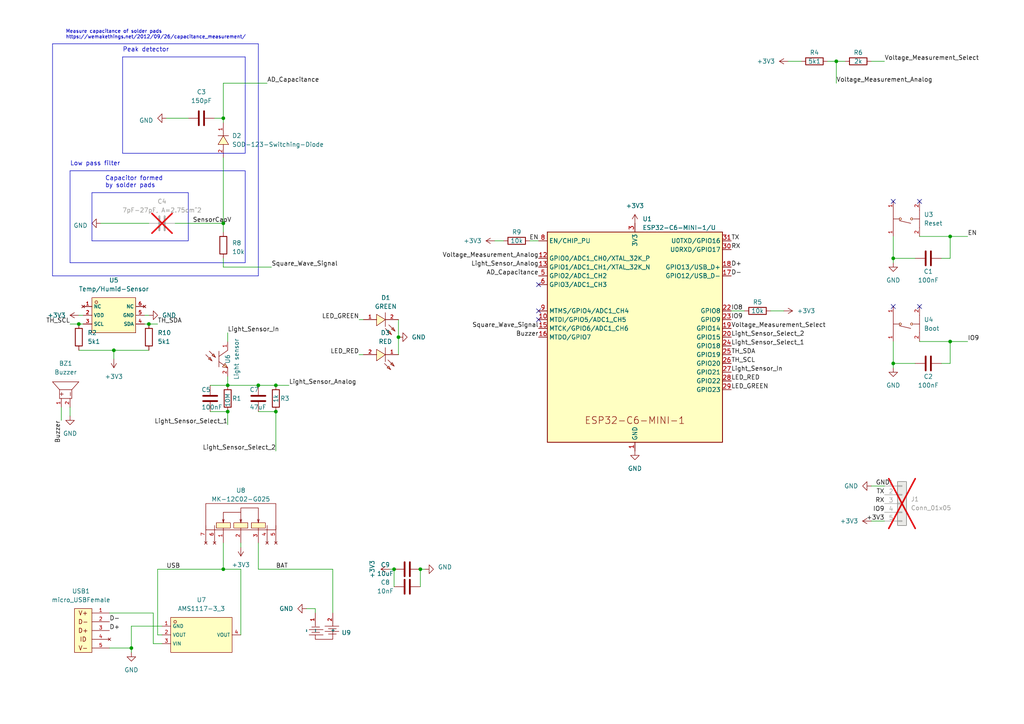
<source format=kicad_sch>
(kicad_sch (version 20230121) (generator eeschema)
  (paper "A4")
  (title_block (title "ES-Plant") (date "2023-05-12") (rev "1.0"))
  (lib_symbols
    (symbol "Connector_Generic:Conn_01x05" (pin_names (offset 1.016) hide)
      (property "Reference" "J" (at 0 7.62 0))
      (property "Value" "Conn_01x05" (at 0 -7.62 0))
      (symbol "Conn_01x05_1_1"
        (rectangle (start -1.27 -4.953) (end 0 -5.207) (stroke (width 0.1524)))
        (rectangle (start -1.27 -2.413) (end 0 -2.667) (stroke (width 0.1524)))
        (rectangle (start -1.27 0.127) (end 0 -0.127) (stroke (width 0.1524)))
        (rectangle (start -1.27 2.667) (end 0 2.413) (stroke (width 0.1524)))
        (rectangle (start -1.27 5.207) (end 0 4.953) (stroke (width 0.1524)))
        (rectangle (start -1.27 6.35) (end 1.27 -6.35) (stroke (width 0.254)) (fill (type background)))
        (pin passive line (at -5.08 5.08 0) (length 3.81) (name "Pin_1") (number "1"))
        (pin passive line (at -5.08 2.54 0) (length 3.81) (name "Pin_2") (number "2"))
        (pin passive line (at -5.08 0 0) (length 3.81) (name "Pin_3") (number "3"))
        (pin passive line (at -5.08 -2.54 0) (length 3.81) (name "Pin_4") (number "4"))
        (pin passive line (at -5.08 -5.08 0) (length 3.81) (name "Pin_5") (number "5"))
      )
    )
    (symbol "Custom_Parts:AAA_Battery-Spring"
      (property "Reference" "U" (at 0 -2.54 0))
      (symbol "AAA_Battery-Spring_0_1"
        (polyline (pts (xy -1.27 2.794) (xy -1.27 6.858)))
        (polyline (pts (xy -1.016 1.27) (xy -1.016 -1.016)))
        (polyline (pts (xy -0.508 3.81) (xy -0.508 6.096)))
        (polyline (pts (xy -0.254 2.286) (xy -0.254 -1.778)))
        (polyline (pts (xy 0.254 2.794) (xy 0.254 6.858)))
        (polyline (pts (xy 0.508 1.27) (xy 0.508 -1.016)))
        (polyline (pts (xy 1.016 3.81) (xy 1.016 6.096)))
        (polyline (pts (xy 1.27 2.286) (xy 1.27 -1.778)))
        (polyline (pts (xy 1.27 0) (xy 2.54 0) (xy 2.54 5.08) (xy 0 5.08)))
      )
      (symbol "AAA_Battery-Spring_1_1"
        (pin power_in line (at -5.08 0 0) (length 3.81) (name "-") (number "1"))
        (pin power_in line (at -5.08 5.08 0) (length 3.81) (name "+") (number "2"))
      )
    )
    (symbol "Custom_Parts:AHT21"
      (property "Reference" "U" (at 0 1.27 0))
      (property "Value" "AHT21" (at 0 -2.54 0))
      (symbol "AHT21_0_1"
        (rectangle (start -6.35 5.08) (end 6.35 -5.08) (fill (type background)))
        (circle (center -5.08 3.81) (radius 0.381) (fill (type background)))
      )
      (symbol "AHT21_1_1"
        (pin no_connect line (at -8.89 2.54 0) (length 2.54) (name "NC") (number "1"))
        (pin power_in line (at -8.89 0 0) (length 2.54) (name "VDD") (number "2"))
        (pin bidirectional line (at -8.89 -2.54 0) (length 2.54) (name "SCL") (number "3"))
        (pin bidirectional line (at 8.89 -2.54 180) (length 2.54) (name "SDA") (number "4"))
        (pin power_in line (at 8.89 0 180) (length 2.54) (name "GND") (number "5"))
        (pin no_connect line (at 8.89 2.54 180) (length 2.54) (name "NC") (number "6"))
      )
    )
    (symbol "Custom_Parts:ALS-PT19-315C_L177_TR8" (pin_names hide)
      (property "Reference" "U" (at 1.27 0 0))
      (property "Value" "ALS-PT19-315C_L177_TR8" (at 0 10.16 0))
      (symbol "ALS-PT19-315C_L177_TR8_0_1"
        (polyline (pts (xy -5.08 1.27) (xy -3.302 -0.508)))
        (polyline (pts (xy -4.064 2.286) (xy -2.286 0.508)))
        (polyline (pts (xy -1.27 -0.762) (xy 1.27 -2.54)))
        (polyline (pts (xy -1.27 2.286) (xy -1.27 -2.286)))
        (polyline (pts (xy 1.27 2.54) (xy -1.27 0.762)))
        (polyline (pts (xy -3.302 -0.508) (xy -3.81 0.508) (xy -4.318 0) (xy -3.302 -0.508)) (fill (type background)))
        (polyline (pts (xy -2.286 0.508) (xy -2.794 1.524) (xy -3.302 1.016) (xy -2.286 0.508)) (fill (type background)))
        (polyline (pts (xy 1.27 -2.54) (xy 0.508 -1.27) (xy -0.254 -2.286) (xy 1.27 -2.54)) (fill (type background)))
      )
      (symbol "ALS-PT19-315C_L177_TR8_1_1"
        (pin passive line (at 1.27 5.08 270) (length 2.54) (name "C") (number "1"))
        (pin passive line (at 1.27 -5.08 90) (length 2.54) (name "E") (number "2"))
      )
    )
    (symbol "Custom_Parts:AMS1117-3_3"
      (property "Reference" "U" (at 0 1.27 0))
      (property "Value" "AMS1117-3_3" (at 1.27 -8.89 0))
      (symbol "AMS1117-3_3_0_1"
        (rectangle (start -8.89 5.08) (end 8.89 -5.08) (fill (type background)))
        (circle (center -7.62 3.81) (radius 0.381) (fill (type background)))
      )
      (symbol "AMS1117-3_3_1_1"
        (pin power_in line (at -11.43 2.54 0) (length 2.54) (name "GND") (number "1"))
        (pin power_out line (at -11.43 0 0) (length 2.54) (name "VOUT") (number "2"))
        (pin power_in line (at -11.43 -2.54 0) (length 2.54) (name "VIN") (number "3"))
        (pin power_out line (at 11.43 0 180) (length 2.54) (name "VOUT") (number "4"))
      )
    )
    (symbol "Custom_Parts:Green-0805-LED" (pin_names hide)
      (property "Reference" "LED" (at 0 1.27 0))
      (property "Value" "Green-0805-LED" (at 0 -2.54 0))
      (symbol "Green-0805-LED_0_1"
        (polyline (pts (xy -2.286 1.524) (xy -4.064 3.302)))
        (polyline (pts (xy -1.27 2.032) (xy -1.27 -2.032)))
        (polyline (pts (xy -1.27 2.54) (xy -3.048 4.318)))
        (polyline (pts (xy -4.064 3.302) (xy -3.048 2.794) (xy -3.556 2.286) (xy -4.064 3.302)) (fill (type background)))
        (polyline (pts (xy -3.048 4.318) (xy -2.032 3.81) (xy -2.54 3.302) (xy -3.048 4.318)) (fill (type background)))
        (polyline (pts (xy 1.27 -1.524) (xy -1.27 0) (xy 1.27 1.778) (xy 1.27 -1.524)) (fill (type background)))
      )
      (symbol "Green-0805-LED_1_1"
        (pin passive line (at 5.08 0 180) (length 3.81) (name "A") (number "1"))
        (pin passive line (at -5.08 0 0) (length 3.81) (name "K") (number "2"))
      )
    )
    (symbol "Custom_Parts:MK-12C02-G025" (pin_names hide)
      (property "Reference" "U" (at 0 7.62 0))
      (property "Value" "MK-12C02-G025" (at -3.81 -13.97 0))
      (symbol "MK-12C02-G025_0_1"
        (rectangle (start -10.16 6.35) (end 10.16 -1.27))
        (rectangle (start -7.112 0.762) (end -3.048 -0.762) (fill (type background)))
        (rectangle (start -2.032 0.762) (end 2.032 -0.762) (fill (type background)))
        (polyline (pts (xy -5.08 0.762) (xy -5.334 1.778)))
        (polyline (pts (xy 0 0.762) (xy -0.254 1.778)))
        (polyline (pts (xy 5.08 0.762) (xy 4.826 1.778)))
        (polyline (pts (xy 5.08 0.762) (xy 5.334 1.778)))
        (polyline (pts (xy 0 3.81) (xy -5.08 3.81) (xy -5.08 0.762) (xy -4.826 1.778)))
        (polyline (pts (xy 5.08 0.762) (xy 5.08 5.08) (xy 0 5.08) (xy 0 0.762) (xy 0.254 1.778)))
        (rectangle (start 3.048 0.762) (end 7.112 -0.762) (fill (type background)))
      )
      (symbol "MK-12C02-G025_1_1"
        (pin passive line (at -5.08 -5.08 90) (length 4.318) (name "1") (number "1"))
        (pin passive line (at 0 -5.08 90) (length 4.318) (name "2") (number "2"))
        (pin passive line (at 5.08 -5.08 90) (length 4.318) (name "3") (number "3"))
        (pin no_connect line (at 7.62 -5.08 90) (length 5.08) (name "4") (number "4"))
        (pin no_connect line (at 10.16 -5.08 90) (length 5.08) (name "5") (number "5"))
        (pin no_connect line (at -7.62 -5.08 90) (length 5.08) (name "6") (number "6"))
        (pin no_connect line (at -10.16 -5.08 90) (length 5.08) (name "7") (number "7"))
      )
    )
    (symbol "Custom_Parts:MLT-8530" (pin_names hide)
      (property "Reference" "B" (at 0 1.27 0))
      (property "Value" "MLT-8530" (at 0 -2.54 0))
      (symbol "MLT-8530_0_1"
        (polyline (pts (xy -1.27 -1.778) (xy 1.27 -1.778)))
        (polyline (pts (xy -1.27 1.778) (xy -1.27 -1.778)))
        (polyline (pts (xy -1.27 1.778) (xy 1.27 1.778)))
        (polyline (pts (xy 1.27 -1.778) (xy 3.556 -3.81)))
        (polyline (pts (xy 1.27 1.778) (xy 1.27 -1.778)))
        (polyline (pts (xy 3.556 3.81) (xy 1.27 1.778)))
        (polyline (pts (xy 3.556 3.81) (xy 3.556 -3.81)))
      )
      (symbol "MLT-8530_1_1"
        (text "+" (at 0 1.27 0) (effects (font (size 1.27 1.27))))
        (text "-" (at 0 -1.27 0) (effects (font (size 1.27 1.27))))
        (pin input line (at -3.81 1.27 0) (length 2.54) (name "+") (number "1"))
        (pin power_in line (at -3.81 -1.27 0) (length 2.54) (name "2") (number "2"))
      )
    )
    (symbol "Custom_Parts:Red-0805-LED" (pin_names hide)
      (property "Reference" "LED" (at 0 1.27 0))
      (property "Value" "Red-0805-LED" (at 0 -2.54 0))
      (symbol "Red-0805-LED_0_1"
        (polyline (pts (xy -2.032 1.524) (xy -3.81 3.302)))
        (polyline (pts (xy -1.27 2.032) (xy -1.27 -2.032)))
        (polyline (pts (xy -1.016 2.54) (xy -2.794 4.318)))
        (polyline (pts (xy -3.81 3.302) (xy -2.794 2.794) (xy -3.302 2.286) (xy -3.81 3.302)) (fill (type background)))
        (polyline (pts (xy -2.794 4.318) (xy -1.778 3.81) (xy -2.286 3.302) (xy -2.794 4.318)) (fill (type background)))
        (polyline (pts (xy 1.27 -1.524) (xy -1.27 0) (xy 1.27 1.778) (xy 1.27 -1.524)) (fill (type background)))
      )
      (symbol "Red-0805-LED_1_1"
        (pin passive line (at -5.08 0 0) (length 3.81) (name "-") (number "1"))
        (pin passive line (at 5.08 0 180) (length 3.81) (name "+") (number "2"))
      )
    )
    (symbol "Custom_Parts:SOD-123-Switching-Diode" (pin_names hide)
      (property "Reference" "U" (at 0 1.27 0))
      (property "Value" "SOD-123-Switching-Diode" (at 0 -2.54 0))
      (symbol "SOD-123-Switching-Diode_0_1"
        (polyline (pts (xy -1.27 -1.524) (xy -1.27 1.524)))
        (polyline (pts (xy 1.27 1.524) (xy -1.27 0) (xy 1.27 -1.524) (xy 1.27 1.524)) (fill (type background)))
      )
      (symbol "SOD-123-Switching-Diode_1_1"
        (pin passive line (at -5.08 0 0) (length 3.81) (name "K") (number "1"))
        (pin passive line (at 5.08 0 180) (length 3.81) (name "A") (number "2"))
      )
    )
    (symbol "Custom_Parts:TS-1187A-B-A-B" (pin_names hide)
      (property "Reference" "U" (at -5.08 1.27 0))
      (property "Value" "TS-1187A-B-A-B" (at 0 5.08 0))
      (symbol "TS-1187A-B-A-B_0_1"
        (circle (center 0 -2.794) (radius 0.3175) (fill (type background)))
        (polyline (pts (xy -2.54 -5.08) (xy 2.54 -5.08)))
        (polyline (pts (xy -2.54 2.54) (xy 2.54 2.54)))
        (polyline (pts (xy -0.508 0.762) (xy -1.27 -2.54)))
        (polyline (pts (xy 0 -3.302) (xy 0 -5.08)))
        (polyline (pts (xy 0 0.762) (xy 0 2.54)))
        (circle (center 0 0.508) (radius 0.3175) (fill (type background)))
      )
      (symbol "TS-1187A-B-A-B_1_1"
        (pin passive line (at -5.08 2.54 0) (length 2.54) (name "A") (number "1"))
        (pin passive line (at 5.08 2.54 180) (length 2.54) (name "B") (number "1"))
        (pin passive line (at -5.08 -5.08 0) (length 2.54) (name "C") (number "2"))
        (pin passive line (at 5.08 -5.08 180) (length 2.54) (name "D") (number "2"))
      )
    )
    (symbol "Custom_Parts:micro_USBFemale" (pin_names hide)
      (property "Reference" "USB" (at -3.81 1.27 0))
      (property "Value" "micro_USBFemale" (at -1.27 -6.35 0))
      (symbol "micro_USBFemale_0_1"
        (rectangle (start -1.27 6.35) (end 3.81 -6.35) (fill (type background)))
      )
      (symbol "micro_USBFemale_1_1"
        (text "D+" (at 1.27 0 0) (effects (font (size 1.27 1.27))))
        (text "D-" (at 1.27 2.54 0) (effects (font (size 1.27 1.27))))
        (text "ID" (at 1.27 -2.54 0) (effects (font (size 1.27 1.27))))
        (text "V+" (at 1.27 5.08 0) (effects (font (size 1.27 1.27))))
        (text "V-" (at 1.27 -5.08 0) (effects (font (size 1.27 1.27))))
        (pin power_out line (at 8.89 5.08 180) (length 5.08) (name "V+") (number "1"))
        (pin bidirectional line (at 8.89 2.54 180) (length 5.08) (name "D-") (number "2"))
        (pin bidirectional line (at 8.89 0 180) (length 5.08) (name "D+") (number "3"))
        (pin no_connect line (at 8.89 -2.54 180) (length 5.08) (name "ID") (number "4"))
        (pin power_out line (at 8.89 -5.08 180) (length 5.08) (name "V-") (number "5"))
      )
    )
    (symbol "Device:C" (pin_numbers hide) (pin_names (offset 0.254))
      (property "Reference" "C" (at 0.635 2.54 0))
      (property "Value" "C" (at 0.635 -2.54 0))
      (symbol "C_0_1"
        (polyline (pts (xy -2.032 -0.762) (xy 2.032 -0.762)) (stroke (width 0.508)))
        (polyline (pts (xy -2.032 0.762) (xy 2.032 0.762)) (stroke (width 0.508)))
      )
      (symbol "C_1_1"
        (pin passive line (at 0 3.81 270) (length 2.794) (name "~") (number "1"))
        (pin passive line (at 0 -3.81 90) (length 2.794) (name "~") (number "2"))
      )
    )
    (symbol "Device:R" (pin_numbers hide) (pin_names (offset 0))
      (property "Reference" "R" (at 2.032 0 90))
      (property "Value" "R" (at 0 0 90))
      (symbol "R_0_1"
        (rectangle (start -1.016 -2.54) (end 1.016 2.54) (stroke (width 0.254)))
      )
      (symbol "R_1_1"
        (pin passive line (at 0 3.81 270) (length 1.27) (name "~") (number "1"))
        (pin passive line (at 0 -3.81 90) (length 1.27) (name "~") (number "2"))
      )
    )
    (symbol "Espressif:ESP32-C6-MINI-1/U"
      (property "Reference" "U" (at -25.4 35.56 0))
      (property "Value" "ESP32-C6-MINI-1/U" (at -25.4 33.02 0))
      (symbol "ESP32-C6-MINI-1/U_0_0"
        (text "ESP32-C6-MINI-1" (at 0 -24.13 0) (effects (font (size 2 2))))
      )
      (symbol "ESP32-C6-MINI-1/U_0_1"
        (rectangle (start -25.4 30.48) (end 25.4 -30.48) (stroke (width 0.254)) (fill (type background)))
      )
      (symbol "ESP32-C6-MINI-1/U_1_1"
        (pin power_in line (at 0 -33.02 90) (length 2.54) (name "GND") (number "1"))
        (pin bidirectional line (at -27.94 5.08 0) (length 2.54) (name "MTDI/GPIO5/ADC1_CH5") (number "10"))
        (pin passive line (at 0 -33.02 90) (length 2.54) hide (name "GND") (number "11"))
        (pin bidirectional line (at -27.94 22.86 0) (length 2.54) (name "GPIO0/ADC1_CH0/XTAL_32K_P") (number "12"))
        (pin bidirectional line (at -27.94 20.32 0) (length 2.54) (name "GPIO1/ADC1_CH1/XTAL_32K_N") (number "13"))
        (pin passive line (at 0 -33.02 90) (length 2.54) hide (name "GND") (number "14"))
        (pin bidirectional line (at -27.94 2.54 0) (length 2.54) (name "MTCK/GPIO6/ADC1_CH6") (number "15"))
        (pin bidirectional line (at -27.94 0 0) (length 2.54) (name "MTDO/GPIO7") (number "16"))
        (pin bidirectional line (at 27.94 17.78 180) (length 2.54) (name "GPIO12/USB_D-") (number "17"))
        (pin bidirectional line (at 27.94 20.32 180) (length 2.54) (name "GPIO13/USB_D+") (number "18"))
        (pin bidirectional line (at 27.94 2.54 180) (length 2.54) (name "GPIO14") (number "19"))
        (pin passive line (at 0 -33.02 90) (length 2.54) hide (name "GND") (number "2"))
        (pin bidirectional line (at 27.94 0 180) (length 2.54) (name "GPIO15") (number "20"))
        (pin no_connect line (at -25.4 -10.16 0) (length 2.54) hide (name "NC") (number "21"))
        (pin bidirectional line (at 27.94 7.62 180) (length 2.54) (name "GPIO8") (number "22"))
        (pin bidirectional line (at 27.94 5.08 180) (length 2.54) (name "GPIO9") (number "23"))
        (pin bidirectional line (at 27.94 -2.54 180) (length 2.54) (name "GPIO18") (number "24"))
        (pin bidirectional line (at 27.94 -5.08 180) (length 2.54) (name "GPIO19") (number "25"))
        (pin bidirectional line (at 27.94 -7.62 180) (length 2.54) (name "GPIO20") (number "26"))
        (pin bidirectional line (at 27.94 -10.16 180) (length 2.54) (name "GPIO21") (number "27"))
        (pin bidirectional line (at 27.94 -12.7 180) (length 2.54) (name "GPIO22") (number "28"))
        (pin bidirectional line (at 27.94 -15.24 180) (length 2.54) (name "GPIO23") (number "29"))
        (pin power_in line (at 0 33.02 270) (length 2.54) (name "3V3") (number "3"))
        (pin bidirectional line (at 27.94 25.4 180) (length 2.54) (name "U0RXD/GPIO17") (number "30"))
        (pin bidirectional line (at 27.94 27.94 180) (length 2.54) (name "U0TXD/GPIO16") (number "31"))
        (pin no_connect line (at -25.4 -12.7 0) (length 2.54) hide (name "NC") (number "32"))
        (pin no_connect line (at -25.4 -15.24 0) (length 2.54) hide (name "NC") (number "33"))
        (pin no_connect line (at -25.4 -17.78 0) (length 2.54) hide (name "NC") (number "34"))
        (pin no_connect line (at -25.4 -20.32 0) (length 2.54) hide (name "NC") (number "35"))
        (pin passive line (at 0 -33.02 90) (length 2.54) hide (name "GND") (number "36"))
        (pin passive line (at 0 -33.02 90) (length 2.54) hide (name "GND") (number "37"))
        (pin passive line (at 0 -33.02 90) (length 2.54) hide (name "GND") (number "38"))
        (pin passive line (at 0 -33.02 90) (length 2.54) hide (name "GND") (number "39"))
        (pin no_connect line (at -25.4 -5.08 0) (length 2.54) hide (name "NC") (number "4"))
        (pin passive line (at 0 -33.02 90) (length 2.54) hide (name "GND") (number "40"))
        (pin passive line (at 0 -33.02 90) (length 2.54) hide (name "GND") (number "41"))
        (pin passive line (at 0 -33.02 90) (length 2.54) hide (name "GND") (number "42"))
        (pin passive line (at 0 -33.02 90) (length 2.54) hide (name "GND") (number "43"))
        (pin passive line (at 0 -33.02 90) (length 2.54) hide (name "GND") (number "44"))
        (pin passive line (at 0 -33.02 90) (length 2.54) hide (name "GND") (number "45"))
        (pin passive line (at 0 -33.02 90) (length 2.54) hide (name "GND") (number "46"))
        (pin passive line (at 0 -33.02 90) (length 2.54) hide (name "GND") (number "47"))
        (pin passive line (at 0 -33.02 90) (length 2.54) hide (name "GND") (number "48"))
        (pin passive line (at 0 -33.02 90) (length 2.54) hide (name "GND") (number "49"))
        (pin bidirectional line (at -27.94 17.78 0) (length 2.54) (name "GPIO2/ADC1_CH2") (number "5"))
        (pin passive line (at 0 -33.02 90) (length 2.54) hide (name "GND") (number "50"))
        (pin passive line (at 0 -33.02 90) (length 2.54) hide (name "GND") (number "51"))
        (pin passive line (at 0 -33.02 90) (length 2.54) hide (name "GND") (number "52"))
        (pin passive line (at 0 -33.02 90) (length 2.54) hide (name "GND") (number "53"))
        (pin bidirectional line (at -27.94 15.24 0) (length 2.54) (name "GPIO3/ADC1_CH3") (number "6"))
        (pin no_connect line (at -25.4 -7.62 0) (length 2.54) hide (name "NC") (number "7"))
        (pin input line (at -27.94 27.94 0) (length 2.54) (name "EN/CHIP_PU") (number "8"))
        (pin bidirectional line (at -27.94 7.62 0) (length 2.54) (name "MTMS/GPIO4/ADC1_CH4") (number "9"))
      )
    )
    (symbol "power:+3V3" (power) (pin_names (offset 0))
      (property "Value" "+3V3" (at 0 3.556 0))
      (symbol "+3V3_0_1"
        (polyline (pts (xy -0.762 1.27) (xy 0 2.54)))
        (polyline (pts (xy 0 0) (xy 0 2.54)))
        (polyline (pts (xy 0 2.54) (xy 0.762 1.27)))
      )
      (symbol "+3V3_1_1"
        (pin power_in line (at 0 0 90) (length 0) hide (name "+3V3") (number "1"))
      )
    )
    (symbol "power:GND" (power) (pin_names (offset 0))
      (property "Value" "GND" (at 0 -3.81 0))
      (symbol "GND_0_1"
        (polyline (pts (xy 0 0) (xy 0 -1.27) (xy 1.27 -1.27) (xy 0 -2.54) (xy -1.27 -1.27) (xy 0 -1.27)))
      )
      (symbol "GND_1_1"
        (pin power_in line (at 0 0 270) (length 0) hide (name "GND") (number "1"))
      )
    )
  )
  (junction (at 275.59 68.58))
  (junction (at 242.57 17.78))
  (junction (at 115.57 97.79))
  (junction (at 33.02 101.6))
  (junction (at 121.92 165.1))
  (junction (at 80.01 119.38))
  (junction (at 64.77 165.1))
  (junction (at 43.18 93.98))
  (junction (at 74.93 111.76))
  (junction (at 38.1 187.96))
  (junction (at 259.08 74.93))
  (junction (at 114.3 165.1))
  (junction (at 66.04 111.76))
  (junction (at 22.86 93.98))
  (junction (at 64.77 64.77))
  (junction (at 275.59 99.06))
  (junction (at 64.77 34.29))
  (junction (at 66.04 119.38))
  (junction (at 259.08 105.41))
  (junction (at 80.01 111.76))
  (no_connect (at 156.21 82.55))
  (no_connect (at 266.7 88.9))
  (no_connect (at 259.08 58.42))
  (no_connect (at 156.21 90.17))
  (no_connect (at 259.08 88.9))
  (no_connect (at 266.7 58.42))
  (no_connect (at 156.21 92.71))
  (wire (pts (xy 66.04 109.22) (xy 66.04 111.76)))
  (wire (pts (xy 104.14 92.71) (xy 105.41 92.71)))
  (polyline (pts (xy 20.32 76.2) (xy 71.12 76.2)))
  (polyline (pts (xy 26.67 55.88) (xy 26.67 69.85)))
  (wire (pts (xy 275.59 99.06) (xy 275.59 105.41)))
  (wire (pts (xy 146.05 69.85) (xy 143.51 69.85)))
  (wire (pts (xy 275.59 99.06) (xy 280.67 99.06)))
  (wire (pts (xy 273.05 105.41) (xy 275.59 105.41)))
  (wire (pts (xy 64.77 157.48) (xy 64.77 165.1)))
  (polyline (pts (xy 54.61 69.85) (xy 54.61 55.88)))
  (wire (pts (xy 273.05 74.93) (xy 275.59 74.93)))
  (wire (pts (xy 240.03 17.78) (xy 242.57 17.78)))
  (wire (pts (xy 66.04 119.38) (xy 66.04 123.19)))
  (wire (pts (xy 228.6 17.78) (xy 232.41 17.78)))
  (wire (pts (xy 33.02 101.6) (xy 43.18 101.6)))
  (wire (pts (xy 104.14 102.87) (xy 105.41 102.87)))
  (wire (pts (xy 44.45 186.69) (xy 46.99 186.69)))
  (polyline (pts (xy 15.24 12.7) (xy 74.93 12.7)))
  (wire (pts (xy 45.72 165.1) (xy 64.77 165.1)))
  (wire (pts (xy 48.26 34.29) (xy 54.61 34.29)))
  (wire (pts (xy 22.86 93.98) (xy 24.13 93.98)))
  (wire (pts (xy 43.18 93.98) (xy 41.91 93.98)))
  (wire (pts (xy 64.77 74.93) (xy 64.77 77.47)))
  (wire (pts (xy 96.52 165.1) (xy 96.52 177.8)))
  (wire (pts (xy 69.85 184.15) (xy 69.85 165.1)))
  (wire (pts (xy 74.93 119.38) (xy 80.01 119.38)))
  (wire (pts (xy 50.8 64.77) (xy 64.77 64.77)))
  (wire (pts (xy 74.93 165.1) (xy 74.93 157.48)))
  (wire (pts (xy 22.86 91.44) (xy 24.13 91.44)))
  (wire (pts (xy 64.77 24.13) (xy 77.47 24.13)))
  (wire (pts (xy 275.59 68.58) (xy 280.67 68.58)))
  (wire (pts (xy 266.7 68.58) (xy 275.59 68.58)))
  (wire (pts (xy 74.93 111.76) (xy 80.01 111.76)))
  (wire (pts (xy 252.73 140.97) (xy 256.54 140.97)))
  (wire (pts (xy 121.92 165.1) (xy 121.92 170.18)))
  (wire (pts (xy 259.08 68.58) (xy 259.08 74.93)))
  (wire (pts (xy 275.59 68.58) (xy 275.59 74.93)))
  (polyline (pts (xy 15.24 80.01) (xy 74.93 80.01)))
  (wire (pts (xy 91.44 176.53) (xy 91.44 177.8)))
  (wire (pts (xy 60.96 119.38) (xy 66.04 119.38)))
  (wire (pts (xy 259.08 99.06) (xy 259.08 105.41)))
  (wire (pts (xy 38.1 187.96) (xy 38.1 189.23)))
  (wire (pts (xy 41.91 91.44) (xy 43.18 91.44)))
  (wire (pts (xy 80.01 119.38) (xy 80.01 130.81)))
  (wire (pts (xy 69.85 157.48) (xy 69.85 158.75)))
  (wire (pts (xy 60.96 111.76) (xy 66.04 111.76)))
  (wire (pts (xy 17.78 118.11) (xy 17.78 121.92)))
  (wire (pts (xy 44.45 177.8) (xy 44.45 186.69)))
  (wire (pts (xy 80.01 111.76) (xy 83.82 111.76)))
  (wire (pts (xy 252.73 17.78) (xy 256.54 17.78)))
  (wire (pts (xy 91.44 176.53) (xy 88.9 176.53)))
  (wire (pts (xy 31.75 187.96) (xy 38.1 187.96)))
  (wire (pts (xy 115.57 97.79) (xy 115.57 102.87)))
  (wire (pts (xy 29.21 64.77) (xy 43.18 64.77)))
  (wire (pts (xy 46.99 184.15) (xy 45.72 184.15)))
  (wire (pts (xy 242.57 17.78) (xy 242.57 24.13)))
  (wire (pts (xy 20.32 118.11) (xy 20.32 120.65)))
  (polyline (pts (xy 20.32 49.53) (xy 71.12 49.53)))
  (wire (pts (xy 66.04 111.76) (xy 74.93 111.76)))
  (wire (pts (xy 45.72 165.1) (xy 45.72 184.15)))
  (wire (pts (xy 123.19 165.1) (xy 121.92 165.1)))
  (wire (pts (xy 38.1 181.61) (xy 46.99 181.61)))
  (wire (pts (xy 252.73 151.13) (xy 256.54 151.13)))
  (wire (pts (xy 64.77 77.47) (xy 78.74 77.47)))
  (wire (pts (xy 64.77 165.1) (xy 69.85 165.1)))
  (wire (pts (xy 31.75 177.8) (xy 44.45 177.8)))
  (polyline (pts (xy 15.24 80.01) (xy 15.24 12.7)))
  (wire (pts (xy 64.77 24.13) (xy 64.77 34.29)))
  (wire (pts (xy 212.09 90.17) (xy 215.9 90.17)))
  (wire (pts (xy 20.32 93.98) (xy 22.86 93.98)))
  (polyline (pts (xy 26.67 55.88) (xy 54.61 55.88)))
  (wire (pts (xy 33.02 101.6) (xy 33.02 104.14)))
  (polyline (pts (xy 20.32 49.53) (xy 20.32 76.2)))
  (wire (pts (xy 156.21 69.85) (xy 153.67 69.85)))
  (wire (pts (xy 62.23 34.29) (xy 64.77 34.29)))
  (polyline (pts (xy 26.67 69.85) (xy 54.61 69.85)))
  (polyline (pts (xy 35.56 44.45) (xy 71.12 44.45)))
  (polyline (pts (xy 35.56 16.51) (xy 35.56 44.45)))
  (wire (pts (xy 64.77 67.31) (xy 64.77 64.77)))
  (wire (pts (xy 38.1 181.61) (xy 38.1 187.96)))
  (wire (pts (xy 64.77 34.29) (xy 64.77 35.56)))
  (wire (pts (xy 115.57 92.71) (xy 115.57 97.79)))
  (wire (pts (xy 66.04 96.52) (xy 66.04 99.06)))
  (wire (pts (xy 259.08 105.41) (xy 259.08 106.68)))
  (wire (pts (xy 259.08 105.41) (xy 265.43 105.41)))
  (wire (pts (xy 64.77 45.72) (xy 64.77 64.77)))
  (wire (pts (xy 242.57 17.78) (xy 245.11 17.78)))
  (wire (pts (xy 223.52 90.17) (xy 227.33 90.17)))
  (polyline (pts (xy 71.12 16.51) (xy 35.56 16.51)))
  (wire (pts (xy 22.86 101.6) (xy 33.02 101.6)))
  (wire (pts (xy 96.52 165.1) (xy 74.93 165.1)))
  (polyline (pts (xy 71.12 76.2) (xy 71.12 49.53)))
  (wire (pts (xy 114.3 165.1) (xy 114.3 170.18)))
  (wire (pts (xy 259.08 74.93) (xy 265.43 74.93)))
  (polyline (pts (xy 71.12 16.51) (xy 71.12 44.45)))
  (wire (pts (xy 45.72 93.98) (xy 43.18 93.98)))
  (polyline (pts (xy 74.93 12.7) (xy 74.93 80.01)))
  (wire (pts (xy 113.03 165.1) (xy 114.3 165.1)))
  (wire (pts (xy 266.7 99.06) (xy 275.59 99.06)))
  (wire (pts (xy 259.08 74.93) (xy 259.08 76.2)))
  (text "Capacitor formed\nby solder pads" (at 30.48 54.61 0) (effects (font (size 1.27 1.27)) (justify left bottom)))
  (text "Measure capacitance of solder pads\nhttps://wemakethings.net/2012/09/26/capacitance_measurement/" (at 19.05 11.43 0) (effects (font (size 1 1)) (justify left bottom)))
  (text "Peak detector" (at 35.56 15.24 0) (effects (font (size 1.27 1.27)) (justify left bottom)))
  (text "Low pass filter" (at 20.32 48.26 0) (effects (font (size 1.27 1.27)) (justify left bottom)))
  (label "LED_RED" (at 212.09 110.49 0))
  (label "TH_SCL" (at 20.32 93.98 180))
  (label "AD_Capacitance" (at 77.47 24.13 0))
  (label "LED_RED" (at 104.14 102.87 180))
  (label "IO9" (at 280.67 99.06 0))
  (label "USB" (at 48.26 165.1 0))
  (label "RX" (at 212.09 72.39 0))
  (label "Light_Sensor_Select_2" (at 212.09 97.79 0))
  (label "D+" (at 31.75 182.88 0))
  (label "Buzzer" (at 156.21 97.79 180))
  (label "RX" (at 256.54 146.05 180))
  (label "D-" (at 212.09 80.01 0))
  (label "EN" (at 156.21 69.85 180))
  (label "Light_Sensor_In" (at 212.09 107.95 0))
  (label "Light_Sensor_Analog" (at 156.21 77.47 180))
  (label "+3V3" (at 256.54 151.13 180))
  (label "D-" (at 31.75 180.34 0))
  (label "TH_SCL" (at 212.09 105.41 0))
  (label "Square_Wave_Signal" (at 156.21 95.25 180))
  (label "Light_Sensor_In" (at 66.04 96.52 0))
  (label "IO9" (at 212.09 92.71 0))
  (label "LED_GREEN" (at 104.14 92.71 180))
  (label "SensorCapV" (at 55.88 64.77 0))
  (label "IO9" (at 256.54 148.59 180))
  (label "Voltage_Measurement_Select" (at 256.54 17.78 0))
  (label "Light_Sensor_Select_1" (at 212.09 100.33 0))
  (label "D+" (at 212.09 77.47 0))
  (label "TH_SDA" (at 45.72 93.98 0))
  (label "TH_SDA" (at 212.09 102.87 0))
  (label "Light_Sensor_Select_1" (at 66.04 123.19 180))
  (label "AD_Capacitance" (at 156.21 80.01 180))
  (label "LED_GREEN" (at 212.09 113.03 0))
  (label "Square_Wave_Signal" (at 78.74 77.47 0))
  (label "EN" (at 280.67 68.58 0))
  (label "Voltage_Measurement_Analog" (at 242.57 24.13 0))
  (label "IO8" (at 212.09 90.17 0))
  (label "Voltage_Measurement_Select" (at 212.09 95.25 0))
  (label "Light_Sensor_Select_2" (at 80.01 130.81 180))
  (label "Light_Sensor_Analog" (at 83.82 111.76 0))
  (label "TX" (at 256.54 143.51 180))
  (label "GND" (at 254 140.97 0))
  (label "TX" (at 212.09 69.85 0))
  (label "Buzzer" (at 17.78 121.92 270))
  (label "Voltage_Measurement_Analog" (at 156.21 74.93 180))
  (label "BAT" (at 80.01 165.1 0))
  (symbol (lib_id "Device:C") (at 74.93 115.57 0) (unit 1)
    (property "Reference" "C7" (at 72.39 113.03 0) (effects (justify left)))
    (property "Value" "47uF" (at 72.39 118.11 0) (effects (justify left)))
    (property "Footprint" "Capacitor_SMD:C_0805_2012Metric" (effects hide))
    (property "LCSC" "C16780" (effects hide))
    (property "MPN" "C16780" (effects hide))
  )
  (symbol (lib_id "power:GND") (at 43.18 91.44 90) (unit 1)
    (property "Reference" "#PWR016" (effects hide))
    (property "Value" "GND" (at 46.99 91.44 90) (effects (justify right)))
  )
  (symbol (lib_id "power:GND") (at 259.08 106.68 0) (unit 1)
    (property "Reference" "#PWR012" (effects hide))
    (property "Value" "GND" (at 259.08 111.76 0))
  )
  (symbol (lib_id "Device:C") (at 118.11 170.18 90) (unit 1)
    (property "Reference" "C8" (at 111.76 168.91 90))
    (property "Value" "10nF" (at 111.76 171.45 90))
    (property "Footprint" "Capacitor_SMD:C_0402_1005Metric" (effects hide))
    (property "LCSC" "C15195" (effects hide))
    (property "MPN" "C15195" (effects hide))
  )
  (symbol (lib_id "power:GND") (at 184.15 130.81 0) (unit 1)
    (property "Reference" "#PWR03" (effects hide))
    (property "Value" "GND" (at 184.15 135.89 0))
  )
  (symbol (lib_id "power:GND") (at 48.26 34.29 270) (unit 1)
    (property "Reference" "#PWR013" (effects hide))
    (property "Value" "GND" (at 44.45 34.925 90) (effects (justify right)))
  )
  (symbol (lib_id "power:GND") (at 115.57 97.79 90) (unit 1)
    (property "Reference" "#PWR022" (effects hide))
    (property "Value" "GND" (at 119.38 97.79 90) (effects (justify right)))
  )
  (symbol (lib_id "power:+3V3") (at 33.02 104.14 180) (unit 1)
    (property "Reference" "#PWR023" (effects hide))
    (property "Value" "+3V3" (at 33.02 109.22 0))
  )
  (symbol (lib_id "power:GND") (at 259.08 76.2 0) (unit 1)
    (property "Reference" "#PWR010" (effects hide))
    (property "Value" "GND" (at 259.08 81.28 0))
  )
  (symbol (lib_id "power:GND") (at 252.73 140.97 270) (unit 1)
    (property "Reference" "#PWR01" (effects hide))
    (property "Value" "GND" (at 248.92 140.97 90) (effects (justify right)))
  )
  (symbol (lib_id "Custom_Parts:Green-0805-LED") (at 110.49 92.71 180) (unit 1)
    (property "Reference" "D1" (at 111.887 86.36 0))
    (property "Value" "GREEN" (at 111.887 88.9 0))
    (property "Footprint" "CustomFootprints:LED0805-GREEN-RD" (effects hide))
    (property "Datasheet" "https://item.szlcsc.com/88042.html" (effects hide))
    (property "LCSC" "C2297" (effects hide))
    (property "MPN" "C2297" (effects hide))
  )
  (symbol (lib_id "Device:R") (at 66.04 115.57 0) (unit 1)
    (property "Reference" "R1" (at 67.31 115.57 0) (effects (justify left)))
    (property "Value" "10M" (at 66.04 118.11 90) (effects (justify left)))
    (property "Footprint" "Resistor_SMD:R_0402_1005Metric" (effects hide))
    (property "LCSC" "C26082" (effects hide))
    (property "MPN" "C26082" (effects hide))
  )
  (symbol (lib_id "power:+3V3") (at 22.86 91.44 90) (unit 1)
    (property "Reference" "#PWR015" (effects hide))
    (property "Value" "+3V3" (at 19.05 91.44 90) (effects (justify left)))
  )
  (symbol (lib_id "Device:R") (at 236.22 17.78 90) (unit 1)
    (property "Reference" "R4" (at 236.22 15.24 90))
    (property "Value" "5k1" (at 236.22 17.78 90))
    (property "Footprint" "Resistor_SMD:R_0402_1005Metric" (effects hide))
    (property "LCSC" "C25905" (effects hide))
    (property "MPN" "C25905" (effects hide))
  )
  (symbol (lib_id "power:GND") (at 29.21 64.77 270) (unit 1)
    (property "Reference" "#PWR014" (effects hide))
    (property "Value" "GND" (at 25.4 65.405 90) (effects (justify right)))
  )
  (symbol (lib_id "Device:C") (at 60.96 115.57 0) (unit 1)
    (property "Reference" "C5" (at 58.42 113.03 0) (effects (justify left)))
    (property "Value" "100nF" (at 58.42 118.11 0) (effects (justify left)))
    (property "Footprint" "Capacitor_SMD:C_0402_1005Metric" (effects hide))
    (property "LCSC" "C1525" (effects hide))
    (property "MPN" "C1525" (effects hide))
  )
  (symbol (lib_id "Device:R") (at 248.92 17.78 90) (unit 1)
    (property "Reference" "R6" (at 248.92 15.24 90))
    (property "Value" "2k" (at 248.92 17.78 90))
    (property "Footprint" "Resistor_SMD:R_0402_1005Metric" (effects hide))
    (property "LCSC" "C4109" (effects hide))
    (property "MPN" "C4109" (effects hide))
  )
  (symbol (lib_id "Device:C") (at 118.11 165.1 90) (unit 1)
    (property "Reference" "C9" (at 111.76 163.83 90))
    (property "Value" "10uF" (at 111.76 166.37 90))
    (property "Footprint" "Capacitor_SMD:C_0402_1005Metric" (effects hide))
    (property "LCSC" "C15525" (effects hide))
    (property "MPN" "C15525" (effects hide))
  )
  (symbol (lib_id "power:+3V3") (at 69.85 158.75 180) (unit 1)
    (property "Reference" "#PWR09" (effects hide))
    (property "Value" "+3V3" (at 69.85 163.83 0))
  )
  (symbol (lib_id "Custom_Parts:ALS-PT19-315C_L177_TR8") (at 64.77 104.14 0) (unit 1)
    (property "Reference" "U6" (at 66.04 104.14 90))
    (property "Value" "Light sensor" (at 68.58 104.14 90))
    (property "Footprint" "CustomFootprints:SENSORS-SMD_ALS-PT19" (effects hide))
    (property "Datasheet" "https://item.szlcsc.com/157565.html" (effects hide))
    (property "LCSC" "C146233" (effects hide))
    (property "MPN" "C146233" (effects hide))
  )
  (symbol (lib_id "Device:C") (at 269.24 74.93 90) (unit 1)
    (property "Reference" "C1" (at 269.24 78.74 90))
    (property "Value" "100nF" (at 269.24 81.28 90))
    (property "Footprint" "Capacitor_SMD:C_0402_1005Metric" (effects hide))
    (property "LCSC" "C1525" (effects hide))
    (property "MPN" "C1525" (effects hide))
  )
  (symbol (lib_id "power:GND") (at 88.9 176.53 270) (unit 1)
    (property "Reference" "#PWR07" (effects hide))
    (property "Value" "GND" (at 85.09 176.53 90) (effects (justify right)))
  )
  (symbol (lib_id "Device:R") (at 43.18 97.79 0) (unit 1)
    (property "Reference" "R10" (at 45.72 96.52 0) (effects (justify left)))
    (property "Value" "5k1" (at 45.72 99.06 0) (effects (justify left)))
    (property "Footprint" "Resistor_SMD:R_0402_1005Metric" (effects hide))
    (property "LCSC" "C25905" (effects hide))
    (property "MPN" "C25905" (effects hide))
  )
  (symbol (lib_id "power:+3V3") (at 113.03 165.1 90) (unit 1)
    (property "Reference" "#PWR020" (effects hide))
    (property "Value" "+3V3" (at 107.95 165.1 0))
  )
  (symbol (lib_id "Custom_Parts:AMS1117-3_3") (at 58.42 184.15 0) (unit 1)
    (property "Reference" "U7" (at 58.42 173.99 0))
    (property "Value" "AMS1117-3_3" (at 58.42 176.53 0))
    (property "Footprint" "CustomFootprints:SOT-223-3_L6.5-W3.4-P2.30-LS7.0-BR" (effects hide))
    (property "Datasheet" "https://item.szlcsc.com/410724.html" (effects hide))
    (property "LCSC" "C6186" (effects hide))
    (property "MPN" "C6186" (effects hide))
  )
  (symbol (lib_id "power:+3V3") (at 143.51 69.85 90) (unit 1)
    (property "Reference" "#PWR011" (effects hide))
    (property "Value" "+3V3" (at 139.7 69.85 90) (effects (justify left)))
  )
  (symbol (lib_id "Device:R") (at 149.86 69.85 90) (unit 1)
    (property "Reference" "R9" (at 149.86 67.31 90))
    (property "Value" "10k" (at 149.86 69.85 90))
    (property "Footprint" "Resistor_SMD:R_0402_1005Metric" (effects hide))
    (property "LCSC" "C25744" (effects hide))
    (property "MPN" "C25744" (effects hide))
  )
  (symbol (lib_id "Custom_Parts:MK-12C02-G025") (at 69.85 152.4 0) (unit 1)
    (property "Reference" "U8" (at 69.85 142.24 0))
    (property "Value" "MK-12C02-G025" (at 69.85 144.78 0))
    (property "Footprint" "CustomFootprints:SW-SMD_MK-12C02-G025" (effects hide))
    (property "Datasheet" "https://item.szlcsc.com/826787.html" (effects hide))
    (property "LCSC" "C778186" (effects hide))
    (property "MPN" "C778186" (effects hide))
    (property "JLCPCB Position Offset" "0,0,-0.5" (effects hide))
  )
  (symbol (lib_id "Custom_Parts:SOD-123-Switching-Diode") (at 64.77 40.64 270) (unit 1)
    (property "Reference" "D2" (at 67.31 39.37 90) (effects (justify left)))
    (property "Value" "SOD-123-Switching-Diode" (at 67.31 41.91 90) (effects (justify left)))
    (property "Footprint" "CustomFootprints:SOD-123F_L2.7-W1.6-LS3.8-RD" (effects hide))
    (property "Datasheet" "http://www.jinghenggroup.com/DATABOOK2010/10ZENER/MM1Z2V0THRUMM1Z120SOD123.pdf" (effects hide))
    (property "LCSC" "C81598" (effects hide))
    (property "MPN" "C81598" (effects hide))
  )
  (symbol (lib_id "Device:C") (at 58.42 34.29 90) (unit 1)
    (property "Reference" "C3" (at 58.42 26.67 90))
    (property "Value" "150pF" (at 58.42 29.21 90))
    (property "Footprint" "Capacitor_SMD:C_0402_1005Metric" (effects hide))
    (property "LCSC" "C1527" (effects hide))
    (property "MPN" "C1527" (effects hide))
  )
  (symbol (lib_id "power:+3V3") (at 252.73 151.13 90) (unit 1)
    (property "Reference" "#PWR02" (effects hide))
    (property "Value" "+3V3" (at 248.92 151.13 90) (effects (justify left)))
  )
  (symbol (lib_id "Device:R") (at 219.71 90.17 90) (unit 1)
    (property "Reference" "R5" (at 219.71 87.63 90))
    (property "Value" "10k" (at 219.71 90.17 90))
    (property "Footprint" "Resistor_SMD:R_0402_1005Metric" (effects hide))
    (property "LCSC" "C25744" (effects hide))
    (property "MPN" "C25744" (effects hide))
  )
  (symbol (lib_id "power:+3V3") (at 228.6 17.78 90) (unit 1)
    (property "Reference" "#PWR017" (effects hide))
    (property "Value" "+3V3" (at 224.79 17.78 90) (effects (justify left)))
  )
  (symbol (lib_id "Custom_Parts:AHT21") (at 33.02 91.44 0) (unit 1)
    (property "Reference" "U5" (at 33.02 81.28 0))
    (property "Value" "Temp/Humid-Sensor" (at 33.02 83.82 0))
    (property "Footprint" "CustomFootprints:SENSOR-SMD_L3.0-W3.0-P1.00-BR" (effects hide))
    (property "Datasheet" "https://atta.szlcsc.com/upload/public/pdf/source/20210416/C2827328_0E7E1F5A52E8C31F9EEA54660EEC8C04.pdf" (effects hide))
    (property "LCSC" "C2827328" (effects hide))
    (property "MPN" "C2827328" (effects hide))
  )
  (symbol (lib_id "Espressif:ESP32-C6-MINI-1/U") (at 184.15 97.79 0) (unit 1)
    (property "Reference" "U1" (at 186.3441 63.5 0) (effects (justify left)))
    (property "Value" "ESP32-C6-MINI-1/U" (at 186.3441 66.04 0) (effects (justify left)))
    (property "Footprint" "Espressif:ESP32-C6-MINI-1" (effects hide))
    (property "Datasheet" "https://www.espressif.com/sites/default/files/documentation/esp32-c6-mini-1_datasheet_en.pdf" (effects hide))
    (property "LCSC" "C5736265" (effects hide))
    (property "MPN" "C5736265" (effects hide))
  )
  (symbol (lib_id "power:+3V3") (at 227.33 90.17 270) (unit 1)
    (property "Reference" "#PWR05" (effects hide))
    (property "Value" "+3V3" (at 231.14 90.17 90) (effects (justify left)))
  )
  (symbol (lib_id "power:+3V3") (at 184.15 64.77 0) (unit 1)
    (property "Reference" "#PWR04" (effects hide))
    (property "Value" "+3V3" (at 184.15 59.69 0))
  )
  (symbol (lib_id "Device:R") (at 80.01 115.57 0) (unit 1)
    (property "Reference" "R3" (at 81.28 115.57 0) (effects (justify left)))
    (property "Value" "1k" (at 80.01 116.84 90) (effects (justify left)))
    (property "Footprint" "Resistor_SMD:R_0402_1005Metric" (effects hide))
    (property "LCSC" "C11702" (effects hide))
    (property "MPN" "C11702" (effects hide))
  )
  (symbol (lib_id "Device:C") (at 46.99 64.77 90) (unit 1) (in_bom no) (on_board no) (dnp yes)
    (property "Reference" "C4" (at 46.99 58.42 90))
    (property "Value" "7pF-27pF, A=2.75cm^2" (at 46.99 60.96 90))
    (property "MPN" "/" (effects hide))
    (property "LCSC" "/" (effects hide))
  )
  (symbol (lib_id "Connector_Generic:Conn_01x05") (at 261.62 146.05 0) (unit 1) (in_bom no) (dnp yes)
    (property "Reference" "J1" (at 264.16 144.78 0) (effects (justify left)))
    (property "Value" "Conn_01x05" (at 264.16 147.32 0) (effects (justify left)))
    (property "Footprint" "Connector_PinHeader_2.54mm:PinHeader_1x05_P2.54mm_Vertical" (effects hide))
    (property "LCSC" "/" (effects hide))
    (property "MPN" "/" (effects hide))
  )
  (symbol (lib_id "Custom_Parts:micro_USBFemale") (at 22.86 182.88 0) (unit 1)
    (property "Reference" "USB1" (at 23.495 171.45 0))
    (property "Value" "micro_USBFemale" (at 23.495 173.99 0))
    (property "Footprint" "CustomFootprints:MICRO-USB-SMD_5P-P0.65-H-F_C10418" (effects hide))
    (property "Datasheet" "https://item.szlcsc.com/10961.html" (effects hide))
    (property "LCSC" "C10418" (effects hide))
    (property "MPN" "C10418" (effects hide))
  )
  (symbol (lib_id "Custom_Parts:TS-1187A-B-A-B") (at 261.62 63.5 90) (unit 1)
    (property "Reference" "U3" (at 267.97 62.23 90) (effects (justify right)))
    (property "Value" "Reset" (at 267.97 64.77 90) (effects (justify right)))
    (property "Footprint" "CustomFootprints:SW_Push_1P1T_XKB_TS-1187A" (effects hide))
    (property "Datasheet" "https://item.szlcsc.com/300285.html" (effects hide))
    (property "LCSC" "C318884" (effects hide))
    (property "MPN" "C318884" (effects hide))
  )
  (symbol (lib_id "power:GND") (at 38.1 189.23 0) (unit 1)
    (property "Reference" "#PWR019" (effects hide))
    (property "Value" "GND" (at 38.1 194.31 0))
  )
  (symbol (lib_id "Custom_Parts:TS-1187A-B-A-B") (at 261.62 93.98 90) (unit 1)
    (property "Reference" "U4" (at 267.97 92.71 90) (effects (justify right)))
    (property "Value" "Boot" (at 267.97 95.25 90) (effects (justify right)))
    (property "Footprint" "CustomFootprints:SW_Push_1P1T_XKB_TS-1187A" (effects hide))
    (property "Datasheet" "https://item.szlcsc.com/300285.html" (effects hide))
    (property "LCSC" "C318884" (effects hide))
    (property "MPN" "C318884" (effects hide))
  )
  (symbol (lib_id "Custom_Parts:Red-0805-LED") (at 110.49 102.87 180) (unit 1)
    (property "Reference" "D3" (at 111.76 96.52 0))
    (property "Value" "RED" (at 111.76 99.06 0))
    (property "Footprint" "CustomFootprints:LED0805-RD_RED" (effects hide))
    (property "Datasheet" "https://img.jlc.com/pdf/applyPasteComponent/2021-07-17/587229S/872bb7bebafd4c6c829f204d6b6cd866/C84256_红灯0805贴片LED_2020-08-20.PDF" (effects hide))
    (property "LCSC" "C84256" (effects hide))
    (property "MPN" "C84256" (effects hide))
  )
  (symbol (lib_id "Device:R") (at 22.86 97.79 0) (unit 1)
    (property "Reference" "R2" (at 25.4 96.52 0) (effects (justify left)))
    (property "Value" "5k1" (at 25.4 99.06 0) (effects (justify left)))
    (property "Footprint" "Resistor_SMD:R_0402_1005Metric" (effects hide))
    (property "LCSC" "C25905" (effects hide))
    (property "MPN" "C25905" (effects hide))
  )
  (symbol (lib_id "Device:C") (at 269.24 105.41 90) (unit 1)
    (property "Reference" "C2" (at 269.24 109.22 90))
    (property "Value" "100nF" (at 269.24 111.76 90))
    (property "Footprint" "Capacitor_SMD:C_0402_1005Metric" (effects hide))
    (property "LCSC" "C1525" (effects hide))
    (property "MPN" "C1525" (effects hide))
  )
  (symbol (lib_id "Custom_Parts:MLT-8530") (at 19.05 114.3 90) (unit 1)
    (property "Reference" "BZ1" (at 19.05 105.41 90))
    (property "Value" "Buzzer" (at 19.05 107.95 90))
    (property "Footprint" "CustomFootprints:BUZ-SMD_4P-L8.5-W8.5-P8.50-BR" (effects hide))
    (property "Datasheet" "https://item.szlcsc.com/96500.html" (effects hide))
    (property "LCSC" "C94599" (effects hide))
    (property "Frequency" "2700Hz" (effects hide))
    (property "MPN" "C94599" (effects hide))
  )
  (symbol (lib_id "power:GND") (at 20.32 120.65 0) (unit 1)
    (property "Reference" "#PWR018" (effects hide))
    (property "Value" "GND" (at 20.32 125.73 0))
  )
  (symbol (lib_id "Custom_Parts:AAA_Battery-Spring") (at 91.44 182.88 270) (unit 1) (in_bom no)
    (property "Reference" "U9" (at 99.06 183.515 90) (effects (justify left)))
    (property "Value" "~" (at 88.9 182.88 0))
    (property "Footprint" "CustomFootprints:AAA Battery-spring" (effects hide))
    (property "LCSC" "/" (effects hide))
    (property "MPN" "/" (effects hide))
  )
  (symbol (lib_id "power:GND") (at 123.19 165.1 90) (unit 1)
    (property "Reference" "#PWR021" (effects hide))
    (property "Value" "GND" (at 127 164.465 90) (effects (justify right)))
  )
  (symbol (lib_id "Device:R") (at 64.77 71.12 0) (unit 1)
    (property "Reference" "R8" (at 67.31 70.485 0) (effects (justify left)))
    (property "Value" "10k" (at 67.31 73.025 0) (effects (justify left)))
    (property "Footprint" "Resistor_SMD:R_0402_1005Metric" (effects hide))
    (property "LCSC" "C25744" (effects hide))
    (property "MPN" "C25744" (effects hide))
  )
)
</source>
